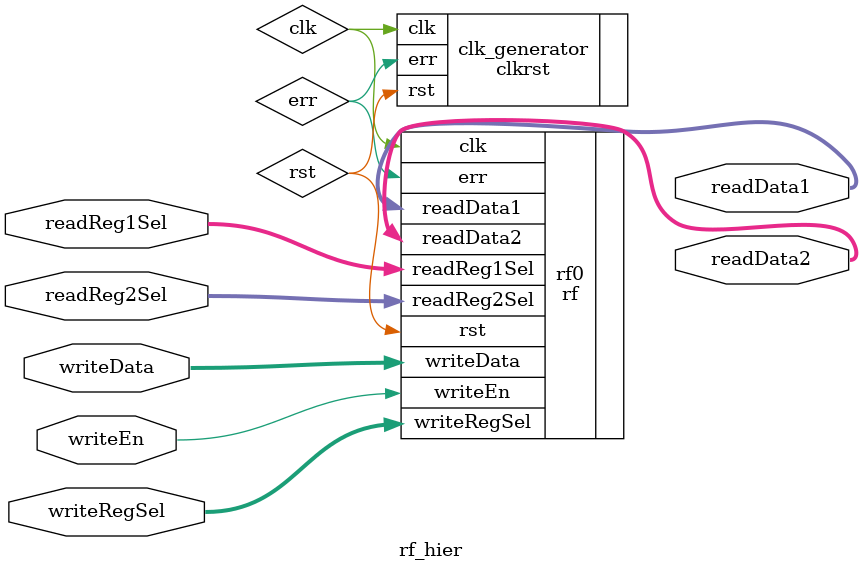
<source format=v>
/*
   CS/ECE 552, Spring '19
   Homework #5, Problem #1

   Wrapper module around 8x16b register file.

   YOU SHALL NOT EDIT THIS FILE. ANY CHANGES TO THIS FILE WILL
   RESULT IN ZERO FOR THIS PROBLEM.
*/
module rf_hier (
                // Outputs
                readData1, readData2,
                // Inputs
                readReg1Sel, readReg2Sel, writeRegSel, writeData, writeEn
                );

   input [2:0]  readReg1Sel;
   input [2:0]  readReg2Sel;
   input [2:0]  writeRegSel;
   input [15:0] writeData;
   input        writeEn;

   output [15:0] readData1;
   output [15:0] readData2;

   wire          clk, rst;
   wire          err;

   // Ignore err for now
   clkrst clk_generator(.clk(clk), .rst(rst), .err(err) );
   rf rf0(
          // Outputs
          .readData1                    (readData1[15:0]),
          .readData2                    (readData2[15:0]),
          .err                          (err),
          // Inputs
          .clk                          (clk),
          .rst                          (rst),
          .readReg1Sel                  (readReg1Sel[2:0]),
          .readReg2Sel                  (readReg2Sel[2:0]),
          .writeRegSel                  (writeRegSel[2:0]),
          .writeData                    (writeData[15:0]),
          .writeEn                      (writeEn));

endmodule

</source>
